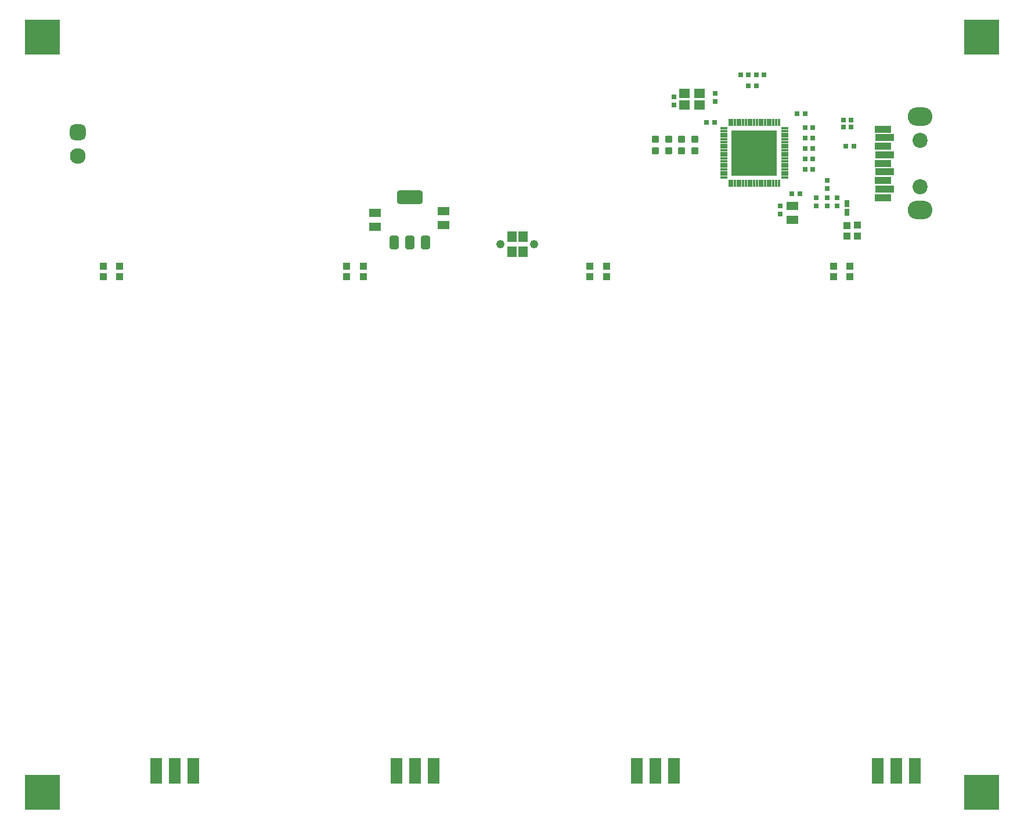
<source format=gts>
G04*
G04 #@! TF.GenerationSoftware,Altium Limited,Altium Designer,22.11.1 (43)*
G04*
G04 Layer_Color=8388736*
%FSLAX25Y25*%
%MOIN*%
G70*
G04*
G04 #@! TF.SameCoordinates,C5D6164D-5D78-48BC-AB56-747E864F78F7*
G04*
G04*
G04 #@! TF.FilePolarity,Negative*
G04*
G01*
G75*
%ADD18R,0.04134X0.04134*%
G04:AMPARAMS|DCode=19|XSize=145.67mil|YSize=76.77mil|CornerRadius=12.55mil|HoleSize=0mil|Usage=FLASHONLY|Rotation=0.000|XOffset=0mil|YOffset=0mil|HoleType=Round|Shape=RoundedRectangle|*
%AMROUNDEDRECTD19*
21,1,0.14567,0.05167,0,0,0.0*
21,1,0.12057,0.07677,0,0,0.0*
1,1,0.02510,0.06029,-0.02584*
1,1,0.02510,-0.06029,-0.02584*
1,1,0.02510,-0.06029,0.02584*
1,1,0.02510,0.06029,0.02584*
%
%ADD19ROUNDEDRECTD19*%
G04:AMPARAMS|DCode=20|XSize=51.18mil|YSize=76.77mil|CornerRadius=9.35mil|HoleSize=0mil|Usage=FLASHONLY|Rotation=0.000|XOffset=0mil|YOffset=0mil|HoleType=Round|Shape=RoundedRectangle|*
%AMROUNDEDRECTD20*
21,1,0.05118,0.05807,0,0,0.0*
21,1,0.03248,0.07677,0,0,0.0*
1,1,0.01870,0.01624,-0.02904*
1,1,0.01870,-0.01624,-0.02904*
1,1,0.01870,-0.01624,0.02904*
1,1,0.01870,0.01624,0.02904*
%
%ADD20ROUNDEDRECTD20*%
G04:AMPARAMS|DCode=21|XSize=51.18mil|YSize=76.77mil|CornerRadius=9.35mil|HoleSize=0mil|Usage=FLASHONLY|Rotation=0.000|XOffset=0mil|YOffset=0mil|HoleType=Round|Shape=RoundedRectangle|*
%AMROUNDEDRECTD21*
21,1,0.05118,0.05807,0,0,0.0*
21,1,0.03248,0.07677,0,0,0.0*
1,1,0.01870,0.01624,-0.02904*
1,1,0.01870,-0.01624,-0.02904*
1,1,0.01870,-0.01624,0.02904*
1,1,0.01870,0.01624,0.02904*
%
%ADD21ROUNDEDRECTD21*%
%ADD22R,0.06787X0.04787*%
%ADD23R,0.06693X0.14567*%
%ADD24R,0.05315X0.06299*%
%ADD25R,0.06299X0.05512*%
%ADD26R,0.02953X0.02953*%
%ADD27R,0.02953X0.02953*%
G04:AMPARAMS|DCode=28|XSize=39.37mil|YSize=39.37mil|CornerRadius=7.87mil|HoleSize=0mil|Usage=FLASHONLY|Rotation=90.000|XOffset=0mil|YOffset=0mil|HoleType=Round|Shape=RoundedRectangle|*
%AMROUNDEDRECTD28*
21,1,0.03937,0.02362,0,0,90.0*
21,1,0.02362,0.03937,0,0,90.0*
1,1,0.01575,0.01181,0.01181*
1,1,0.01575,0.01181,-0.01181*
1,1,0.01575,-0.01181,-0.01181*
1,1,0.01575,-0.01181,0.01181*
%
%ADD28ROUNDEDRECTD28*%
%ADD29R,0.09252X0.04331*%
%ADD30R,0.11024X0.04331*%
%ADD31R,0.26181X0.26181*%
%ADD32R,0.04134X0.01575*%
%ADD33R,0.01575X0.04134*%
%ADD34R,0.03150X0.04134*%
%ADD35C,0.04842*%
G04:AMPARAMS|DCode=36|XSize=90.55mil|YSize=90.55mil|CornerRadius=24.61mil|HoleSize=0mil|Usage=FLASHONLY|Rotation=270.000|XOffset=0mil|YOffset=0mil|HoleType=Round|Shape=RoundedRectangle|*
%AMROUNDEDRECTD36*
21,1,0.09055,0.04134,0,0,270.0*
21,1,0.04134,0.09055,0,0,270.0*
1,1,0.04921,-0.02067,-0.02067*
1,1,0.04921,-0.02067,0.02067*
1,1,0.04921,0.02067,0.02067*
1,1,0.04921,0.02067,-0.02067*
%
%ADD36ROUNDEDRECTD36*%
%ADD37C,0.09055*%
%ADD38O,0.14173X0.10709*%
%ADD39C,0.08661*%
%ADD40R,0.20472X0.20472*%
D18*
X34000Y295449D02*
D03*
Y301551D02*
D03*
X43500Y295449D02*
D03*
Y301551D02*
D03*
X173733Y295449D02*
D03*
Y301551D02*
D03*
X183368Y295449D02*
D03*
Y301551D02*
D03*
X313500Y295449D02*
D03*
Y301551D02*
D03*
X323000Y295449D02*
D03*
Y301551D02*
D03*
X462783Y295449D02*
D03*
Y301551D02*
D03*
X453327Y295449D02*
D03*
Y301551D02*
D03*
X466985Y324952D02*
D03*
Y318850D02*
D03*
X461205Y324869D02*
D03*
Y318767D02*
D03*
D19*
X210000Y340992D02*
D03*
D20*
X219055Y315008D02*
D03*
X210000D02*
D03*
D21*
X200945D02*
D03*
D22*
X190000Y332000D02*
D03*
Y324000D02*
D03*
X229500Y325000D02*
D03*
Y333000D02*
D03*
X429783Y336000D02*
D03*
Y328000D02*
D03*
D23*
X75000Y11500D02*
D03*
X64370D02*
D03*
X85630D02*
D03*
X489500D02*
D03*
X478870D02*
D03*
X500130D02*
D03*
X351000D02*
D03*
X340370D02*
D03*
X361630D02*
D03*
X213000D02*
D03*
X202370D02*
D03*
X223630D02*
D03*
D24*
X268701Y309839D02*
D03*
X275000Y318500D02*
D03*
Y309839D02*
D03*
X268701Y318500D02*
D03*
D25*
X367641Y400650D02*
D03*
X376302D02*
D03*
Y393957D02*
D03*
X367641D02*
D03*
D26*
X436983Y375000D02*
D03*
X441583D02*
D03*
X436983Y369000D02*
D03*
X441583D02*
D03*
X432483Y389000D02*
D03*
X437083D02*
D03*
X429495Y343139D02*
D03*
X434095D02*
D03*
X436983Y363000D02*
D03*
X441583D02*
D03*
X436983Y357000D02*
D03*
X441583D02*
D03*
X465083Y370500D02*
D03*
X460483D02*
D03*
X441583Y381000D02*
D03*
X436983D02*
D03*
X385133Y384098D02*
D03*
X380533D02*
D03*
X404483Y405000D02*
D03*
X409083D02*
D03*
X404583Y411500D02*
D03*
X399983D02*
D03*
X413583D02*
D03*
X408983D02*
D03*
X463583Y385500D02*
D03*
X458983D02*
D03*
X463583Y381500D02*
D03*
X458983D02*
D03*
D27*
X449783Y336200D02*
D03*
Y340800D02*
D03*
X443283D02*
D03*
Y336200D02*
D03*
X449783Y350800D02*
D03*
Y346200D02*
D03*
X385283Y396200D02*
D03*
Y400800D02*
D03*
X361783Y398800D02*
D03*
Y394200D02*
D03*
X422736Y331375D02*
D03*
Y335975D02*
D03*
X455283Y336200D02*
D03*
Y340800D02*
D03*
D28*
X351251Y374347D02*
D03*
Y367654D02*
D03*
X358751Y374347D02*
D03*
Y367654D02*
D03*
X366251Y374347D02*
D03*
Y367654D02*
D03*
X373751Y374347D02*
D03*
Y367654D02*
D03*
D29*
X481763Y380185D02*
D03*
Y340815D02*
D03*
Y370343D02*
D03*
Y350658D02*
D03*
Y360500D02*
D03*
D30*
X482649Y345736D02*
D03*
Y375264D02*
D03*
Y355579D02*
D03*
Y365421D02*
D03*
D31*
X407783Y366500D02*
D03*
D32*
X390263Y352327D02*
D03*
Y353902D02*
D03*
Y355476D02*
D03*
Y357051D02*
D03*
Y358626D02*
D03*
Y360201D02*
D03*
Y361776D02*
D03*
Y363351D02*
D03*
Y364925D02*
D03*
Y366500D02*
D03*
Y368075D02*
D03*
Y369650D02*
D03*
Y371224D02*
D03*
Y372799D02*
D03*
Y374374D02*
D03*
Y375949D02*
D03*
Y377524D02*
D03*
Y379099D02*
D03*
Y380673D02*
D03*
X425302D02*
D03*
Y379099D02*
D03*
Y377524D02*
D03*
Y375949D02*
D03*
Y374374D02*
D03*
Y372799D02*
D03*
Y371224D02*
D03*
Y369650D02*
D03*
Y368075D02*
D03*
Y366500D02*
D03*
Y364925D02*
D03*
Y363351D02*
D03*
Y361776D02*
D03*
Y360201D02*
D03*
Y358626D02*
D03*
Y357051D02*
D03*
Y355476D02*
D03*
Y353902D02*
D03*
Y352327D02*
D03*
D33*
X393609Y384020D02*
D03*
X395184D02*
D03*
X396759D02*
D03*
X398334D02*
D03*
X399909D02*
D03*
X401483D02*
D03*
X403058D02*
D03*
X404633D02*
D03*
X406208D02*
D03*
X407783D02*
D03*
X409358D02*
D03*
X410932D02*
D03*
X412507D02*
D03*
X414082D02*
D03*
X415657D02*
D03*
X417232D02*
D03*
X418806D02*
D03*
X420381D02*
D03*
X421956D02*
D03*
Y348980D02*
D03*
X420381D02*
D03*
X418806D02*
D03*
X417232D02*
D03*
X415657D02*
D03*
X414082D02*
D03*
X412507D02*
D03*
X410932D02*
D03*
X409358D02*
D03*
X407783D02*
D03*
X406208D02*
D03*
X404633D02*
D03*
X403058D02*
D03*
X401483D02*
D03*
X399909D02*
D03*
X398334D02*
D03*
X396759D02*
D03*
X395184D02*
D03*
X393609D02*
D03*
D34*
X461168Y337558D02*
D03*
Y332243D02*
D03*
D35*
X262138Y314169D02*
D03*
X281350D02*
D03*
D36*
X19500Y378500D02*
D03*
D37*
Y364721D02*
D03*
D38*
X503200Y387272D02*
D03*
Y333729D02*
D03*
D39*
Y347114D02*
D03*
Y373886D02*
D03*
D40*
X-1000Y-1000D02*
D03*
X538500D02*
D03*
Y433000D02*
D03*
X-1000D02*
D03*
M02*

</source>
